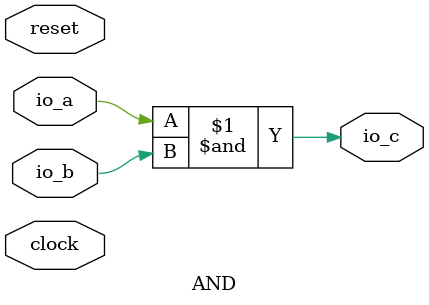
<source format=v>
module AND(
  input   clock,
  input   reset,
  input   io_a,
  input   io_b,
  output  io_c
);
  assign io_c = io_a & io_b; // @[AND.scala 13:16]
endmodule

</source>
